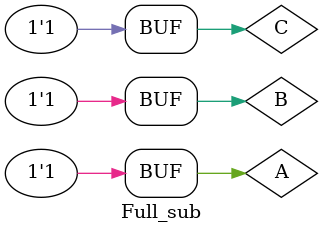
<source format=v>
`timescale 1ns / 1ps


module Full_sub;
    reg A;
    reg B;
    reg C;
    wire Sub;
    wire Borrow;
    parameter PERIOD=10;
    Full_subtractor Dut(.A(A),.B(B),.C(C),.Sub(Sub),.Borrow(Borrow));
          initial
          begin
          #PERIOD A=0;
          B=0;
          C=0;
          #PERIOD A=0;
          B=0;
          C=1;
          #PERIOD A=0;
          B=1;
          C=0;
          #PERIOD A=0;
          B=1;
          C=1;
          #PERIOD A=1;
          B=0;
          C=0;
          #PERIOD A=1;
          B=0;
          C=1;
          #PERIOD A=1;
          B=1;
          C=0;
          #PERIOD A=1;
          B=1;
          C=1;
             
          end
endmodule

</source>
